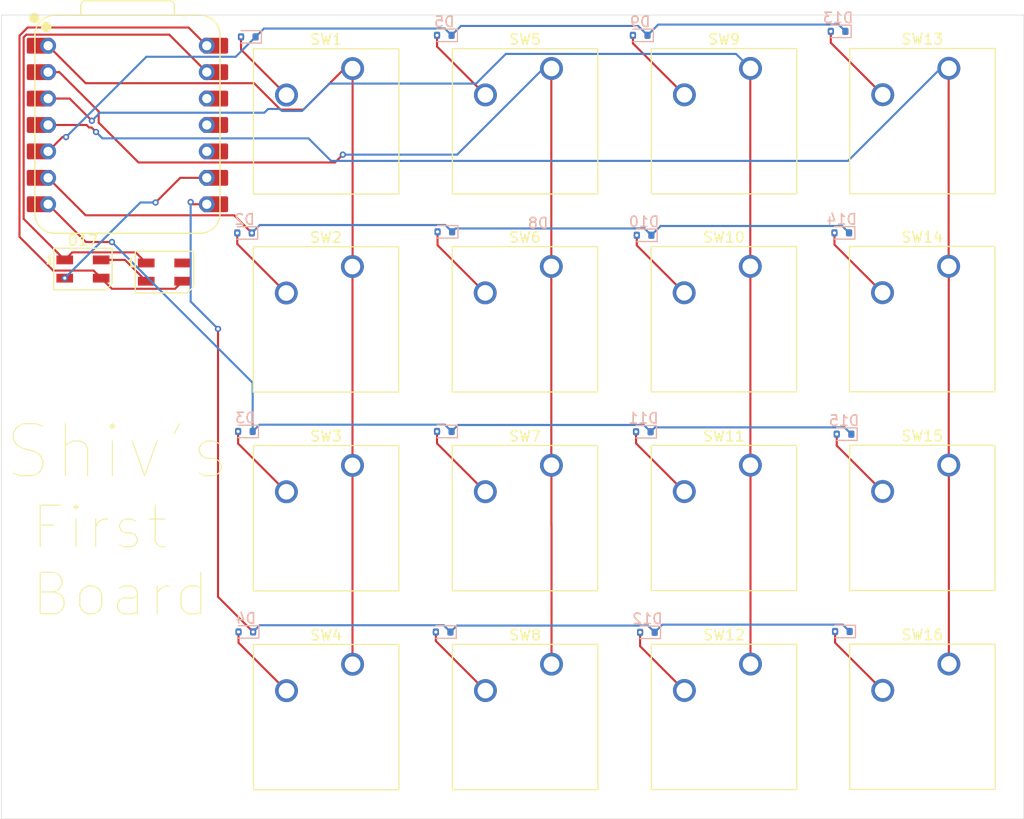
<source format=kicad_pcb>
(kicad_pcb (version 20241229) (generator "pcbnew") (generator_version "9.0")
  (layers (0 "F.Cu" signal) (2 "B.Cu" signal) (13 "F.Paste" user) (15 "B.Paste" user) (5 "F.SilkS" user "F.Silkscreen") (7 "B.SilkS" user "B.Silkscreen") (1 "F.Mask" user) (3 "B.Mask" user) (25 "Edge.Cuts" user))
  (net 0 "")
  (net 1 "Net-(D1-A)")
  (net 2 "Net-(D1-K)")
  (net 3 "Net-(D2-A)")
  (net 4 "Net-(D3-A)")
  (net 5 "Net-(D4-A)")
  (net 6 "Net-(D5-A)")
  (net 7 "Net-(D11-K)")
  (net 8 "Net-(D6-A)")
  (net 9 "Net-(D12-K)")
  (net 10 "Net-(D8-A)")
  (net 11 "Net-(D10-K)")
  (net 12 "Net-(D9-A)")
  (net 13 "Net-(D10-A)")
  (net 14 "Net-(D11-A)")
  (net 15 "Net-(D12-A)")
  (net 16 "Net-(D13-A)")
  (net 17 "Net-(D14-A)")
  (net 18 "Net-(D15-A)")
  (net 19 "Net-(D16-A)")
  (net 20 "Net-(D17-DIN)")
  (net 21 "Net-(D17-DOUT)")
  (net 22 "GND")
  (net 23 "+5V")
  (net 25 "Net-(U1-GPIO26{slash}ADC0{slash}A0)")
  (net 26 "Net-(U1-GPIO28{slash}ADC2{slash}A2)")
  (net 27 "Net-(D7-A)")
  (net 28 "Net-(U1-GPIO27{slash}ADC1{slash}A1)")
  (net 29 "Net-(U1-GPIO29{slash}ADC3{slash}A3)")
  (footprint "Button_Switch_Keyboard:SW_Cherry_MX_1.00u_PCB" (layer "F.Cu") (at 255.645 148.53)
    (property "Reference" "SW12" (at -2.54 -2.794 0) (layer "F.SilkS"))
    (property "Value" "SW_Push")
    (pad "" np_thru_hole circle (at -7.62 5.08) (size 1.7 1.7) (drill 1.7) (layers "*.Cu" "*.Mask"))
    (pad "" np_thru_hole circle (at -2.54 5.08) (size 4 4) (drill 4) (layers "*.Cu" "*.Mask"))
    (pad "" np_thru_hole circle (at 2.54 5.08) (size 1.7 1.7) (drill 1.7) (layers "*.Cu" "*.Mask"))
    (pad "1" thru_hole circle (at 0 0) (size 2.2 2.2) (drill 1.5) (layers "*.Cu" "*.Mask") (net 26 "Net-(U1-GPIO28{slash}ADC2{slash}A2)"))
    (pad "2" thru_hole circle (at -6.35 2.54) (size 2.2 2.2) (drill 1.5) (layers "*.Cu" "*.Mask") (net 15 "Net-(D12-A)"))
  )
  (footprint "Button_Switch_Keyboard:SW_Cherry_MX_1.00u_PCB" (layer "F.Cu") (at 255.625 110.3)
    (property "Reference" "SW10" (at -2.54 -2.794 0) (layer "F.SilkS"))
    (property "Value" "SW_Push")
    (pad "" np_thru_hole circle (at -7.62 5.08) (size 1.7 1.7) (drill 1.7) (layers "*.Cu" "*.Mask"))
    (pad "" np_thru_hole circle (at -2.54 5.08) (size 4 4) (drill 4) (layers "*.Cu" "*.Mask"))
    (pad "" np_thru_hole circle (at 2.54 5.08) (size 1.7 1.7) (drill 1.7) (layers "*.Cu" "*.Mask"))
    (pad "1" thru_hole circle (at 0 0) (size 2.2 2.2) (drill 1.5) (layers "*.Cu" "*.Mask") (net 26 "Net-(U1-GPIO28{slash}ADC2{slash}A2)"))
    (pad "2" thru_hole circle (at -6.35 2.54) (size 2.2 2.2) (drill 1.5) (layers "*.Cu" "*.Mask") (net 13 "Net-(D10-A)"))
  )
  (footprint "Button_Switch_Keyboard:SW_Cherry_MX_1.00u_PCB" (layer "F.Cu") (at 217.4 110.32)
    (property "Reference" "SW2" (at -2.54 -2.794 0) (layer "F.SilkS"))
    (property "Value" "SW_Push")
    (pad "" np_thru_hole circle (at -7.62 5.08) (size 1.7 1.7) (drill 1.7) (layers "*.Cu" "*.Mask"))
    (pad "" np_thru_hole circle (at -2.54 5.08) (size 4 4) (drill 4) (layers "*.Cu" "*.Mask"))
    (pad "" np_thru_hole circle (at 2.54 5.08) (size 1.7 1.7) (drill 1.7) (layers "*.Cu" "*.Mask"))
    (pad "1" thru_hole circle (at 0 0) (size 2.2 2.2) (drill 1.5) (layers "*.Cu" "*.Mask") (net 25 "Net-(U1-GPIO26{slash}ADC0{slash}A0)"))
    (pad "2" thru_hole circle (at -6.35 2.54) (size 2.2 2.2) (drill 1.5) (layers "*.Cu" "*.Mask") (net 3 "Net-(D2-A)"))
  )
  (footprint "Button_Switch_Keyboard:SW_Cherry_MX_1.00u_PCB" (layer "F.Cu") (at 274.7 148.52)
    (property "Reference" "SW16" (at -2.54 -2.794 0) (layer "F.SilkS"))
    (property "Value" "SW_Push")
    (pad "" np_thru_hole circle (at -7.62 5.08) (size 1.7 1.7) (drill 1.7) (layers "*.Cu" "*.Mask"))
    (pad "" np_thru_hole circle (at -2.54 5.08) (size 4 4) (drill 4) (layers "*.Cu" "*.Mask"))
    (pad "" np_thru_hole circle (at 2.54 5.08) (size 1.7 1.7) (drill 1.7) (layers "*.Cu" "*.Mask"))
    (pad "1" thru_hole circle (at 0 0) (size 2.2 2.2) (drill 1.5) (layers "*.Cu" "*.Mask") (net 29 "Net-(U1-GPIO29{slash}ADC3{slash}A3)"))
    (pad "2" thru_hole circle (at -6.35 2.54) (size 2.2 2.2) (drill 1.5) (layers "*.Cu" "*.Mask") (net 19 "Net-(D16-A)"))
  )
  (footprint "Button_Switch_Keyboard:SW_Cherry_MX_1.00u_PCB" (layer "F.Cu") (at 274.7 91.26)
    (property "Reference" "SW13" (at -2.54 -2.794 0) (layer "F.SilkS"))
    (property "Value" "SW_Push")
    (pad "" np_thru_hole circle (at -7.62 5.08) (size 1.7 1.7) (drill 1.7) (layers "*.Cu" "*.Mask"))
    (pad "" np_thru_hole circle (at -2.54 5.08) (size 4 4) (drill 4) (layers "*.Cu" "*.Mask"))
    (pad "" np_thru_hole circle (at 2.54 5.08) (size 1.7 1.7) (drill 1.7) (layers "*.Cu" "*.Mask"))
    (pad "1" thru_hole circle (at 0 0) (size 2.2 2.2) (drill 1.5) (layers "*.Cu" "*.Mask") (net 29 "Net-(U1-GPIO29{slash}ADC3{slash}A3)"))
    (pad "2" thru_hole circle (at -6.35 2.54) (size 2.2 2.2) (drill 1.5) (layers "*.Cu" "*.Mask") (net 16 "Net-(D13-A)"))
  )
  (footprint "LED_SMD:LED_SK6812MINI_PLCC4_3.5x3.5mm_P1.75mm" (layer "F.Cu") (at 199.34375 110.85125)
    (property "Reference" "D18" (hide yes))
    (property "Value" "SK6812")
    (fp_text user "1" (at -3.2 -0.875 0) (layer "F.SilkS") (effects (font (size 0.8 0.8))))
    (pad "1" smd rect (at -1.75 -0.875) (size 1.6 0.85) (layers "F.Cu" "F.Mask" "F.Paste") (net 22 "GND"))
    (pad "2" smd rect (at -1.75 0.875) (size 1.6 0.85) (layers "F.Cu" "F.Mask" "F.Paste") (net 21 "Net-(D17-DOUT)"))
    (pad "3" smd rect (at 1.75 0.875) (size 1.6 0.85) (layers "F.Cu" "F.Mask" "F.Paste") (net 23 "+5V"))
    (pad "4" smd rect (at 1.75 -0.875) (size 1.6 0.85) (layers "F.Cu" "F.Mask" "F.Paste"))
  )
  (footprint "Button_Switch_Keyboard:SW_Cherry_MX_1.00u_PCB" (layer "F.Cu") (at 217.42 148.55)
    (property "Reference" "SW4" (at -2.54 -2.794 0) (layer "F.SilkS"))
    (property "Value" "SW_Push")
    (pad "" np_thru_hole circle (at -7.62 5.08) (size 1.7 1.7) (drill 1.7) (layers "*.Cu" "*.Mask"))
    (pad "" np_thru_hole circle (at -2.54 5.08) (size 4 4) (drill 4) (layers "*.Cu" "*.Mask"))
    (pad "" np_thru_hole circle (at 2.54 5.08) (size 1.7 1.7) (drill 1.7) (layers "*.Cu" "*.Mask"))
    (pad "1" thru_hole circle (at 0 0) (size 2.2 2.2) (drill 1.5) (layers "*.Cu" "*.Mask") (net 25 "Net-(U1-GPIO26{slash}ADC0{slash}A0)"))
    (pad "2" thru_hole circle (at -6.35 2.54) (size 2.2 2.2) (drill 1.5) (layers "*.Cu" "*.Mask") (net 5 "Net-(D4-A)"))
  )
  (footprint "Button_Switch_Keyboard:SW_Cherry_MX_1.00u_PCB" (layer "F.Cu") (at 236.53 148.54)
    (property "Reference" "SW8" (at -2.54 -2.794 0) (layer "F.SilkS"))
    (property "Value" "SW_Push")
    (pad "" np_thru_hole circle (at -7.62 5.08) (size 1.7 1.7) (drill 1.7) (layers "*.Cu" "*.Mask"))
    (pad "" np_thru_hole circle (at -2.54 5.08) (size 4 4) (drill 4) (layers "*.Cu" "*.Mask"))
    (pad "" np_thru_hole circle (at 2.54 5.08) (size 1.7 1.7) (drill 1.7) (layers "*.Cu" "*.Mask"))
    (pad "1" thru_hole circle (at 0 0) (size 2.2 2.2) (drill 1.5) (layers "*.Cu" "*.Mask") (net 28 "Net-(U1-GPIO27{slash}ADC1{slash}A1)"))
    (pad "2" thru_hole circle (at -6.35 2.54) (size 2.2 2.2) (drill 1.5) (layers "*.Cu" "*.Mask") (net 10 "Net-(D8-A)"))
  )
  (footprint "Button_Switch_Keyboard:SW_Cherry_MX_1.00u_PCB" (layer "F.Cu") (at 236.53 91.28)
    (property "Reference" "SW5" (at -2.54 -2.794 0) (layer "F.SilkS"))
    (property "Value" "SW_Push" (hide yes))
    (pad "" np_thru_hole circle (at -7.62 5.08) (size 1.7 1.7) (drill 1.7) (layers "*.Cu" "*.Mask"))
    (pad "" np_thru_hole circle (at -2.54 5.08) (size 4 4) (drill 4) (layers "*.Cu" "*.Mask"))
    (pad "" np_thru_hole circle (at 2.54 5.08) (size 1.7 1.7) (drill 1.7) (layers "*.Cu" "*.Mask"))
    (pad "1" thru_hole circle (at 0 0) (size 2.2 2.2) (drill 1.5) (layers "*.Cu" "*.Mask") (net 28 "Net-(U1-GPIO27{slash}ADC1{slash}A1)"))
    (pad "2" thru_hole circle (at -6.35 2.54) (size 2.2 2.2) (drill 1.5) (layers "*.Cu" "*.Mask") (net 6 "Net-(D5-A)"))
  )
  (footprint "OPL Lib:XIAO-RP2040-DIP" (layer "F.Cu") (at 195.79 96.71)
    (property "Reference" "U1" (hide yes))
    (property "Value" "XIAO-RP2040-DIP" (hide yes))
    (pad "1" smd roundrect (at -8.455 -7.62 180) (size 2.432 1.524) (layers "F.Cu" "F.Mask") (roundrect_rratio 0.1) (net 25 "Net-(U1-GPIO26{slash}ADC0{slash}A0)"))
    (pad "1" thru_hole circle (at -7.62 -7.62 180) (size 1.524 1.524) (drill 0.889) (layers "*.Cu" "*.Mask") (net 25 "Net-(U1-GPIO26{slash}ADC0{slash}A0)"))
    (pad "2" smd roundrect (at -8.455 -5.08 180) (size 2.432 1.524) (layers "F.Cu" "F.Mask") (roundrect_rratio 0.1) (net 28 "Net-(U1-GPIO27{slash}ADC1{slash}A1)"))
    (pad "2" thru_hole circle (at -7.62 -5.08 180) (size 1.524 1.524) (drill 0.889) (layers "*.Cu" "*.Mask") (net 28 "Net-(U1-GPIO27{slash}ADC1{slash}A1)"))
    (pad "3" smd roundrect (at -8.455 -2.54 180) (size 2.432 1.524) (layers "F.Cu" "F.Mask") (roundrect_rratio 0.1) (net 26 "Net-(U1-GPIO28{slash}ADC2{slash}A2)"))
    (pad "3" thru_hole circle (at -7.62 -2.54 180) (size 1.524 1.524) (drill 0.889) (layers "*.Cu" "*.Mask") (net 26 "Net-(U1-GPIO28{slash}ADC2{slash}A2)"))
    (pad "4" smd roundrect (at -8.455 0 180) (size 2.432 1.524) (layers "F.Cu" "F.Mask") (roundrect_rratio 0.1) (net 29 "Net-(U1-GPIO29{slash}ADC3{slash}A3)"))
    (pad "4" thru_hole circle (at -7.62 0 180) (size 1.524 1.524) (drill 0.889) (layers "*.Cu" "*.Mask") (net 29 "Net-(U1-GPIO29{slash}ADC3{slash}A3)"))
    (pad "5" smd roundrect (at -8.455 2.54 180) (size 2.432 1.524) (layers "F.Cu" "F.Mask") (roundrect_rratio 0.1) (net 2 "Net-(D1-K)"))
    (pad "5" thru_hole circle (at -7.62 2.54 180) (size 1.524 1.524) (drill 0.889) (layers "*.Cu" "*.Mask") (net 2 "Net-(D1-K)"))
    (pad "6" smd roundrect (at -8.455 5.08 180) (size 2.432 1.524) (layers "F.Cu" "F.Mask") (roundrect_rratio 0.1) (net 11 "Net-(D10-K)"))
    (pad "6" thru_hole circle (at -7.62 5.08 180) (size 1.524 1.524) (drill 0.889) (layers "*.Cu" "*.Mask") (net 11 "Net-(D10-K)"))
    (pad "7" smd roundrect (at -8.455 7.62 180) (size 2.432 1.524) (layers "F.Cu" "F.Mask") (roundrect_rratio 0.1) (net 7 "Net-(D11-K)"))
    (pad "7" thru_hole circle (at -7.62 7.62 180) (size 1.524 1.524) (drill 0.889) (layers "*.Cu" "*.Mask") (net 7 "Net-(D11-K)"))
    (pad "8" thru_hole circle (at 7.62 7.62) (size 1.524 1.524) (drill 0.889) (layers "*.Cu" "*.Mask") (net 9 "Net-(D12-K)"))
    (pad "8" smd roundrect (at 8.455 7.62) (size 2.432 1.524) (layers "F.Cu" "F.Mask") (roundrect_rratio 0.1) (net 9 "Net-(D12-K)"))
    (pad "9" thru_hole circle (at 7.62 5.08) (size 1.524 1.524) (drill 0.889) (layers "*.Cu" "*.Mask") (net 20 "Net-(D17-DIN)"))
    (pad "9" smd roundrect (at 8.455 5.08) (size 2.432 1.524) (layers "F.Cu" "F.Mask") (roundrect_rratio 0.1) (net 20 "Net-(D17-DIN)"))
    (pad "10" thru_hole circle (at 7.62 2.54) (size 1.524 1.524) (drill 0.889) (layers "*.Cu" "*.Mask"))
    (pad "10" smd roundrect (at 8.455 2.54) (size 2.432 1.524) (layers "F.Cu" "F.Mask") (roundrect_rratio 0.1))
    (pad "11" thru_hole circle (at 7.62 0) (size 1.524 1.524) (drill 0.889) (layers "*.Cu" "*.Mask"))
    (pad "11" smd roundrect (at 8.455 0) (size 2.432 1.524) (layers "F.Cu" "F.Mask") (roundrect_rratio 0.1))
    (pad "12" thru_hole circle (at 7.62 -2.54) (size 1.524 1.524) (drill 0.889) (layers "*.Cu" "*.Mask"))
    (pad "12" smd roundrect (at 8.455 -2.54) (size 2.432 1.524) (layers "F.Cu" "F.Mask") (roundrect_rratio 0.1))
    (pad "13" thru_hole circle (at 7.62 -5.08) (size 1.524 1.524) (drill 0.889) (layers "*.Cu" "*.Mask") (net 22 "GND"))
    (pad "13" smd roundrect (at 8.455 -5.08) (size 2.432 1.524) (layers "F.Cu" "F.Mask") (roundrect_rratio 0.1) (net 22 "GND"))
    (pad "14" thru_hole circle (at 7.62 -7.62) (size 1.524 1.524) (drill 0.889) (layers "*.Cu" "*.Mask") (net 23 "+5V"))
    (pad "14" smd roundrect (at 8.455 -7.62) (size 2.432 1.524) (layers "F.Cu" "F.Mask") (roundrect_rratio 0.1) (net 23 "+5V"))
  )
  (footprint "Button_Switch_Keyboard:SW_Cherry_MX_1.00u_PCB" (layer "F.Cu") (at 274.68 110.29)
    (property "Reference" "SW14" (at -2.54 -2.794 0) (layer "F.SilkS"))
    (property "Value" "SW_Push")
    (pad "" np_thru_hole circle (at -7.62 5.08) (size 1.7 1.7) (drill 1.7) (layers "*.Cu" "*.Mask"))
    (pad "" np_thru_hole circle (at -2.54 5.08) (size 4 4) (drill 4) (layers "*.Cu" "*.Mask"))
    (pad "" np_thru_hole circle (at 2.54 5.08) (size 1.7 1.7) (drill 1.7) (layers "*.Cu" "*.Mask"))
    (pad "1" thru_hole circle (at 0 0) (size 2.2 2.2) (drill 1.5) (layers "*.Cu" "*.Mask") (net 29 "Net-(U1-GPIO29{slash}ADC3{slash}A3)"))
    (pad "2" thru_hole circle (at -6.35 2.54) (size 2.2 2.2) (drill 1.5) (layers "*.Cu" "*.Mask") (net 17 "Net-(D14-A)"))
  )
  (footprint "Button_Switch_Keyboard:SW_Cherry_MX_1.00u_PCB" (layer "F.Cu") (at 255.645 91.27)
    (property "Reference" "SW9" (at -2.54 -2.794 0) (layer "F.SilkS"))
    (property "Value" "SW_Push")
    (pad "" np_thru_hole circle (at -7.62 5.08) (size 1.7 1.7) (drill 1.7) (layers "*.Cu" "*.Mask"))
    (pad "" np_thru_hole circle (at -2.54 5.08) (size 4 4) (drill 4) (layers "*.Cu" "*.Mask"))
    (pad "" np_thru_hole circle (at 2.54 5.08) (size 1.7 1.7) (drill 1.7) (layers "*.Cu" "*.Mask"))
    (pad "1" thru_hole circle (at 0 0) (size 2.2 2.2) (drill 1.5) (layers "*.Cu" "*.Mask") (net 26 "Net-(U1-GPIO28{slash}ADC2{slash}A2)"))
    (pad "2" thru_hole circle (at -6.35 2.54) (size 2.2 2.2) (drill 1.5) (layers "*.Cu" "*.Mask") (net 12 "Net-(D9-A)"))
  )
  (footprint "Button_Switch_Keyboard:SW_Cherry_MX_1.00u_PCB" (layer "F.Cu") (at 217.42 91.29)
    (property "Reference" "SW1" (at -2.54 -2.794 0) (layer "F.SilkS"))
    (property "Value" "SW_Push")
    (pad "" np_thru_hole circle (at -7.62 5.08) (size 1.7 1.7) (drill 1.7) (layers "*.Cu" "*.Mask"))
    (pad "" np_thru_hole circle (at -2.54 5.08) (size 4 4) (drill 4) (layers "*.Cu" "*.Mask"))
    (pad "" np_thru_hole circle (at 2.54 5.08) (size 1.7 1.7) (drill 1.7) (layers "*.Cu" "*.Mask"))
    (pad "1" thru_hole circle (at 0 0) (size 2.2 2.2) (drill 1.5) (layers "*.Cu" "*.Mask") (net 25 "Net-(U1-GPIO26{slash}ADC0{slash}A0)"))
    (pad "2" thru_hole circle (at -6.35 2.54) (size 2.2 2.2) (drill 1.5) (layers "*.Cu" "*.Mask") (net 1 "Net-(D1-A)"))
  )
  (footprint "Button_Switch_Keyboard:SW_Cherry_MX_1.00u_PCB" (layer "F.Cu") (at 236.51 110.31)
    (property "Reference" "SW6" (at -2.54 -2.794 0) (layer "F.SilkS"))
    (property "Value" "SW_Push" (hide yes))
    (pad "" np_thru_hole circle (at -7.62 5.08) (size 1.7 1.7) (drill 1.7) (layers "*.Cu" "*.Mask"))
    (pad "" np_thru_hole circle (at -2.54 5.08) (size 4 4) (drill 4) (layers "*.Cu" "*.Mask"))
    (pad "" np_thru_hole circle (at 2.54 5.08) (size 1.7 1.7) (drill 1.7) (layers "*.Cu" "*.Mask"))
    (pad "1" thru_hole circle (at 0 0) (size 2.2 2.2) (drill 1.5) (layers "*.Cu" "*.Mask") (net 28 "Net-(U1-GPIO27{slash}ADC1{slash}A1)"))
    (pad "2" thru_hole circle (at -6.35 2.54) (size 2.2 2.2) (drill 1.5) (layers "*.Cu" "*.Mask") (net 8 "Net-(D6-A)"))
  )
  (footprint "Button_Switch_Keyboard:SW_Cherry_MX_1.00u_PCB" (layer "F.Cu") (at 255.635 129.41)
    (property "Reference" "SW11" (at -2.54 -2.794 0) (layer "F.SilkS"))
    (property "Value" "SW_Push")
    (pad "" np_thru_hole circle (at -7.62 5.08) (size 1.7 1.7) (drill 1.7) (layers "*.Cu" "*.Mask"))
    (pad "" np_thru_hole circle (at -2.54 5.08) (size 4 4) (drill 4) (layers "*.Cu" "*.Mask"))
    (pad "" np_thru_hole circle (at 2.54 5.08) (size 1.7 1.7) (drill 1.7) (layers "*.Cu" "*.Mask"))
    (pad "1" thru_hole circle (at 0 0) (size 2.2 2.2) (drill 1.5) (layers "*.Cu" "*.Mask") (net 26 "Net-(U1-GPIO28{slash}ADC2{slash}A2)"))
    (pad "2" thru_hole circle (at -6.35 2.54) (size 2.2 2.2) (drill 1.5) (layers "*.Cu" "*.Mask") (net 14 "Net-(D11-A)"))
  )
  (footprint "Button_Switch_Keyboard:SW_Cherry_MX_1.00u_PCB" (layer "F.Cu") (at 274.69 129.4)
    (property "Reference" "SW15" (at -2.54 -2.794 0) (layer "F.SilkS"))
    (property "Value" "SW_Push")
    (pad "" np_thru_hole circle (at -7.62 5.08) (size 1.7 1.7) (drill 1.7) (layers "*.Cu" "*.Mask"))
    (pad "" np_thru_hole circle (at -2.54 5.08) (size 4 4) (drill 4) (layers "*.Cu" "*.Mask"))
    (pad "" np_thru_hole circle (at 2.54 5.08) (size 1.7 1.7) (drill 1.7) (layers "*.Cu" "*.Mask"))
    (pad "1" thru_hole circle (at 0 0) (size 2.2 2.2) (drill 1.5) (layers "*.Cu" "*.Mask") (net 29 "Net-(U1-GPIO29{slash}ADC3{slash}A3)"))
    (pad "2" thru_hole circle (at -6.35 2.54) (size 2.2 2.2) (drill 1.5) (layers "*.Cu" "*.Mask") (net 18 "Net-(D15-A)"))
  )
  (footprint "Button_Switch_Keyboard:SW_Cherry_MX_1.00u_PCB" (layer "F.Cu") (at 236.52 129.42)
    (property "Reference" "SW7" (at -2.54 -2.794 0) (layer "F.SilkS"))
    (property "Value" "SW_Push")
    (pad "" np_thru_hole circle (at -7.62 5.08) (size 1.7 1.7) (drill 1.7) (layers "*.Cu" "*.Mask"))
    (pad "" np_thru_hole circle (at -2.54 5.08) (size 4 4) (drill 4) (layers "*.Cu" "*.Mask"))
    (pad "" np_thru_hole circle (at 2.54 5.08) (size 1.7 1.7) (drill 1.7) (layers "*.Cu" "*.Mask"))
    (pad "1" thru_hole circle (at 0 0) (size 2.2 2.2) (drill 1.5) (layers "*.Cu" "*.Mask") (net 28 "Net-(U1-GPIO27{slash}ADC1{slash}A1)"))
    (pad "2" thru_hole circle (at -6.35 2.54) (size 2.2 2.2) (drill 1.5) (layers "*.Cu" "*.Mask") (net 27 "Net-(D7-A)"))
  )
  (footprint "LED_SMD:LED_SK6812MINI_PLCC4_3.5x3.5mm_P1.75mm" (layer "F.Cu") (at 191.51375 110.55625)
    (property "Reference" "D17" (at 0 -2.75 0) (layer "F.SilkS"))
    (property "Value" "SK6812")
    (fp_text user "1" (at -3.2 -0.875 0) (layer "F.SilkS") (effects (font (size 0.8 0.8))))
    (pad "1" smd rect (at -1.75 -0.875) (size 1.6 0.85) (layers "F.Cu" "F.Mask" "F.Paste") (net 22 "GND"))
    (pad "2" smd rect (at -1.75 0.875) (size 1.6 0.85) (layers "F.Cu" "F.Mask" "F.Paste") (net 20 "Net-(D17-DIN)"))
    (pad "3" smd rect (at 1.75 0.875) (size 1.6 0.85) (layers "F.Cu" "F.Mask" "F.Paste") (net 23 "+5V"))
    (pad "4" smd rect (at 1.75 -0.875) (size 1.6 0.85) (layers "F.Cu" "F.Mask" "F.Paste") (net 21 "Net-(D17-DOUT)"))
  )
  (footprint "Button_Switch_Keyboard:SW_Cherry_MX_1.00u_PCB" (layer "F.Cu") (at 217.41 129.43)
    (property "Reference" "SW3" (at -2.54 -2.794 0) (layer "F.SilkS"))
    (property "Value" "SW_Push")
    (pad "" np_thru_hole circle (at -7.62 5.08) (size 1.7 1.7) (drill 1.7) (layers "*.Cu" "*.Mask"))
    (pad "" np_thru_hole circle (at -2.54 5.08) (size 4 4) (drill 4) (layers "*.Cu" "*.Mask"))
    (pad "" np_thru_hole circle (at 2.54 5.08) (size 1.7 1.7) (drill 1.7) (layers "*.Cu" "*.Mask"))
    (pad "1" thru_hole circle (at 0 0) (size 2.2 2.2) (drill 1.5) (layers "*.Cu" "*.Mask") (net 25 "Net-(U1-GPIO26{slash}ADC0{slash}A0)"))
    (pad "2" thru_hole circle (at -6.35 2.54) (size 2.2 2.2) (drill 1.5) (layers "*.Cu" "*.Mask") (net 4 "Net-(D3-A)"))
  )
  (footprint "Diode_SMD:D_SOD-523" (layer "B.Cu") (at 207.04 107.09 180)
    (property "Reference" "D2" (at 0 1.3 0) (layer "B.SilkS") (effects (justify mirror)))
    (property "Value" "1N4148WT")
    (pad "1" smd roundrect (at -0.7 0) (size 0.6 0.7) (layers "B.Cu" "B.Mask" "B.Paste") (net 11 "Net-(D10-K)"))
    (pad "2" smd roundrect (at 0.7 0) (size 0.6 0.7) (layers "B.Cu" "B.Mask" "B.Paste") (net 3 "Net-(D2-A)"))
  )
  (footprint "Diode_SMD:D_SOD-523" (layer "B.Cu") (at 264.06 87.71 180)
    (property "Reference" "D13" (at 0 1.3 0) (layer "B.SilkS") (effects (justify mirror)))
    (property "Value" "1N4148WT")
    (pad "1" smd roundrect (at -0.7 0) (size 0.6 0.7) (layers "B.Cu" "B.Mask" "B.Paste") (net 2 "Net-(D1-K)"))
    (pad "2" smd roundrect (at 0.7 0) (size 0.6 0.7) (layers "B.Cu" "B.Mask" "B.Paste") (net 16 "Net-(D13-A)"))
  )
  (footprint "Diode_SMD:D_SOD-523" (layer "B.Cu") (at 226.23 126.17 180)
    (property "Reference" "D7" (hide yes))
    (property "Value" "1N4148WT")
    (pad "1" smd roundrect (at -0.7 0) (size 0.6 0.7) (layers "B.Cu" "B.Mask" "B.Paste") (net 7 "Net-(D11-K)"))
    (pad "2" smd roundrect (at 0.7 0) (size 0.6 0.7) (layers "B.Cu" "B.Mask" "B.Paste") (net 27 "Net-(D7-A)"))
  )
  (footprint "Diode_SMD:D_SOD-523" (layer "B.Cu") (at 226.28 106.98 180)
    (property "Reference" "D6" (hide yes))
    (property "Value" "1N4148WT")
    (pad "1" smd roundrect (at -0.7 0) (size 0.6 0.7) (layers "B.Cu" "B.Mask" "B.Paste") (net 11 "Net-(D10-K)"))
    (pad "2" smd roundrect (at 0.7 0) (size 0.6 0.7) (layers "B.Cu" "B.Mask" "B.Paste") (net 8 "Net-(D6-A)"))
  )
  (footprint "Diode_SMD:D_SOD-523" (layer "B.Cu") (at 207.4 88.24 180)
    (property "Reference" "D1" (hide yes))
    (property "Value" "1N4148WT" (hide yes))
    (pad "1" smd roundrect (at -0.7 0) (size 0.6 0.7) (layers "B.Cu" "B.Mask" "B.Paste") (net 2 "Net-(D1-K)"))
    (pad "2" smd roundrect (at 0.7 0) (size 0.6 0.7) (layers "B.Cu" "B.Mask" "B.Paste") (net 1 "Net-(D1-A)"))
  )
  (footprint "Diode_SMD:D_SOD-523" (layer "B.Cu") (at 245.05 88.09 180)
    (property "Reference" "D9" (at 0 1.3 0) (layer "B.SilkS") (effects (justify mirror)))
    (property "Value" "1N4148WT")
    (pad "1" smd roundrect (at -0.7 0) (size 0.6 0.7) (layers "B.Cu" "B.Mask" "B.Paste") (net 2 "Net-(D1-K)"))
    (pad "2" smd roundrect (at 0.7 0) (size 0.6 0.7) (layers "B.Cu" "B.Mask" "B.Paste") (net 12 "Net-(D9-A)"))
  )
  (footprint "Diode_SMD:D_SOD-523" (layer "B.Cu") (at 245.42 107.31 180)
    (property "Reference" "D10" (at 0 1.3 0) (layer "B.SilkS") (effects (justify mirror)))
    (property "Value" "1N4148WT")
    (pad "1" smd roundrect (at -0.7 0) (size 0.6 0.7) (layers "B.Cu" "B.Mask" "B.Paste") (net 11 "Net-(D10-K)"))
    (pad "2" smd roundrect (at 0.7 0) (size 0.6 0.7) (layers "B.Cu" "B.Mask" "B.Paste") (net 13 "Net-(D10-A)"))
  )
  (footprint "Diode_SMD:D_SOD-523" (layer "B.Cu") (at 207.12 126.17 180)
    (property "Reference" "D3" (at 0 1.3 0) (layer "B.SilkS") (effects (justify mirror)))
    (property "Value" "1N4148WT" (hide yes))
    (pad "1" smd roundrect (at -0.7 0) (size 0.6 0.7) (layers "B.Cu" "B.Mask" "B.Paste") (net 7 "Net-(D11-K)"))
    (pad "2" smd roundrect (at 0.7 0) (size 0.6 0.7) (layers "B.Cu" "B.Mask" "B.Paste") (net 4 "Net-(D3-A)"))
  )
  (footprint "Diode_SMD:D_SOD-523" (layer "B.Cu") (at 245.74 145.48 180)
    (property "Reference" "D12" (at 0 1.3 0) (layer "B.SilkS") (effects (justify mirror)))
    (property "Value" "1N4148WT")
    (pad "1" smd roundrect (at -0.7 0) (size 0.6 0.7) (layers "B.Cu" "B.Mask" "B.Paste") (net 9 "Net-(D12-K)"))
    (pad "2" smd roundrect (at 0.7 0) (size 0.6 0.7) (layers "B.Cu" "B.Mask" "B.Paste") (net 15 "Net-(D12-A)"))
  )
  (footprint "Diode_SMD:D_SOD-523" (layer "B.Cu") (at 264.47 145.4 180)
    (property "Reference" "D16" (hide yes))
    (property "Value" "1N4148WT")
    (pad "1" smd roundrect (at -0.7 0) (size 0.6 0.7) (layers "B.Cu" "B.Mask" "B.Paste") (net 9 "Net-(D12-K)"))
    (pad "2" smd roundrect (at 0.7 0) (size 0.6 0.7) (layers "B.Cu" "B.Mask" "B.Paste") (net 19 "Net-(D16-A)"))
  )
  (footprint "Diode_SMD:D_SOD-523" (layer "B.Cu") (at 264.63 126.43 180)
    (property "Reference" "D15" (at 0 1.3 0) (layer "B.SilkS") (effects (justify mirror)))
    (property "Value" "1N4148WT")
    (pad "1" smd roundrect (at -0.7 0) (size 0.6 0.7) (layers "B.Cu" "B.Mask" "B.Paste") (net 7 "Net-(D11-K)"))
    (pad "2" smd roundrect (at 0.7 0) (size 0.6 0.7) (layers "B.Cu" "B.Mask" "B.Paste") (net 18 "Net-(D15-A)"))
  )
  (footprint "Diode_SMD:D_SOD-523" (layer "B.Cu") (at 245.35 126.2 180)
    (property "Reference" "D11" (at 0 1.3 0) (layer "B.SilkS") (effects (justify mirror)))
    (property "Value" "1N4148WT")
    (pad "1" smd roundrect (at -0.7 0) (size 0.6 0.7) (layers "B.Cu" "B.Mask" "B.Paste") (net 7 "Net-(D11-K)"))
    (pad "2" smd roundrect (at 0.7 0) (size 0.6 0.7) (layers "B.Cu" "B.Mask" "B.Paste") (net 14 "Net-(D11-A)"))
  )
  (footprint "Diode_SMD:D_SOD-523" (layer "B.Cu") (at 207.16 145.44 180)
    (property "Reference" "D4" (at 0 1.3 0) (layer "B.SilkS") (effects (justify mirror)))
    (property "Value" "1N4148WT" (hide yes))
    (pad "1" smd roundrect (at -0.7 0) (size 0.6 0.7) (layers "B.Cu" "B.Mask" "B.Paste") (net 9 "Net-(D12-K)"))
    (pad "2" smd roundrect (at 0.7 0) (size 0.6 0.7) (layers "B.Cu" "B.Mask" "B.Paste") (net 5 "Net-(D4-A)"))
  )
  (footprint "Diode_SMD:D_SOD-523" (layer "B.Cu") (at 226.12 145.45 180)
    (property "Reference" "D8" (at -9.1225 39.31 0) (layer "B.SilkS") (effects (justify mirror)))
    (property "Value" "1N4148WT")
    (pad "1" smd roundrect (at -0.7 0) (size 0.6 0.7) (layers "B.Cu" "B.Mask" "B.Paste") (net 9 "Net-(D12-K)"))
    (pad "2" smd roundrect (at 0.7 0) (size 0.6 0.7) (layers "B.Cu" "B.Mask" "B.Paste") (net 10 "Net-(D8-A)"))
  )
  (footprint "Diode_SMD:D_SOD-523" (layer "B.Cu") (at 264.4125 107.08 180)
    (property "Reference" "D14" (at 0 1.3 0) (layer "B.SilkS") (effects (justify mirror)))
    (property "Value" "1N4148WT")
    (pad "1" smd roundrect (at -0.7 0) (size 0.6 0.7) (layers "B.Cu" "B.Mask" "B.Paste") (net 11 "Net-(D10-K)"))
    (pad "2" smd roundrect (at 0.7 0) (size 0.6 0.7) (layers "B.Cu" "B.Mask" "B.Paste") (net 17 "Net-(D14-A)"))
  )
  (footprint "Diode_SMD:D_SOD-523" (layer "B.Cu") (at 226.23 88.09 180)
    (property "Reference" "D5" (at 0 1.3 0) (layer "B.SilkS") (effects (justify mirror)))
    (property "Value" "1N4148WT")
    (pad "1" smd roundrect (at -0.7 0) (size 0.6 0.7) (layers "B.Cu" "B.Mask" "B.Paste") (net 2 "Net-(D1-K)"))
    (pad "2" smd roundrect (at 0.7 0) (size 0.6 0.7) (layers "B.Cu" "B.Mask" "B.Paste") (net 6 "Net-(D5-A)"))
  )
  (gr_rect (start 183.68 86.14) (end 281.9 163.4) (stroke (width 0.05)) (fill no) (layer "Edge.Cuts"))
  (gr_text "First\nBoard" (at 186.39 144.19 0) (layer "F.SilkS") (effects (font (size 4 4) (thickness 0.1)) (justify left bottom)))
  (gr_text "Shiv's" (at 183.8 131.04 0) (layer "F.SilkS") (effects (font (size 5 5) (thickness 0.1)) (justify left bottom)))
  (segment (start 211.07 93.83) (end 206.7 89.46) (width 0.2) (layer "F.Cu") (net 1))
  (segment (start 211.07 93.83) (end 210.8 93.83) (width 0.2) (layer "F.Cu") (net 1))
  (segment (start 210.36 93.83) (end 210.36 93.67) (width 0.2) (layer "F.Cu") (net 1))
  (segment (start 210.36 93.67) (end 210.5 93.53) (width 0.2) (layer "F.Cu") (net 1))
  (segment (start 206.7 89.46) (end 206.7 88.24) (width 0.2) (layer "F.Cu") (net 1))
  (segment (start 210.8 93.83) (end 210.5 93.53) (width 0.2) (layer "F.Cu") (net 1))
  (via (at 206.7 88.24) (size 0.6) (drill 0.3) (layers "F.Cu" "B.Cu") (net 1))
  (segment (start 189.55 97.87) (end 189.89 97.87) (width 0.2) (layer "F.Cu") (net 2))
  (segment (start 188.17 99.25) (end 189.55 97.87) (width 0.2) (layer "F.Cu") (net 2))
  (via (at 189.89 97.87) (size 0.6) (drill 0.3) (layers "F.Cu" "B.Cu") (net 2))
  (segment (start 246.781 87.059) (end 245.75 88.09) (width 0.2) (layer "B.Cu") (net 2))
  (segment (start 264.109 87.059) (end 246.781 87.059) (width 0.2) (layer "B.Cu") (net 2))
  (segment (start 264.76 87.71) (end 264.109 87.059) (width 0.2) (layer "B.Cu") (net 2))
  (segment (start 189.89 97.87) (end 197.607 90.153) (width 0.2) (layer "B.Cu") (net 2))
  (segment (start 227.83 87.19) (end 244.85 87.19) (width 0.2) (layer "B.Cu") (net 2))
  (segment (start 208.901 87.439) (end 208.1 88.24) (width 0.2) (layer "B.Cu") (net 2))
  (segment (start 206.187 90.153) (end 208.1 88.24) (width 0.2) (layer "B.Cu") (net 2))
  (segment (start 244.85 87.19) (end 245.75 88.09) (width 0.2) (layer "B.Cu") (net 2))
  (segment (start 226.93 88.09) (end 227.83 87.19) (width 0.2) (layer "B.Cu") (net 2))
  (segment (start 197.607 90.153) (end 206.187 90.153) (width 0.2) (layer "B.Cu") (net 2))
  (segment (start 226.279 87.439) (end 208.901 87.439) (width 0.2) (layer "B.Cu") (net 2))
  (segment (start 226.93 88.09) (end 226.279 87.439) (width 0.2) (layer "B.Cu") (net 2))
  (segment (start 211.05 112.86) (end 206.34 108.15) (width 0.2) (layer "F.Cu") (net 3))
  (segment (start 206.34 108.15) (end 206.34 107.09) (width 0.2) (layer "F.Cu") (net 3))
  (via (at 206.34 107.09) (size 0.6) (drill 0.3) (layers "F.Cu" "B.Cu") (net 3))
  (segment (start 206.42 127.33) (end 206.42 126.17) (width 0.2) (layer "F.Cu") (net 4))
  (segment (start 211.06 131.97) (end 206.42 127.33) (width 0.2) (layer "F.Cu") (net 4))
  (via (at 206.42 126.17) (size 0.6) (drill 0.3) (layers "F.Cu" "B.Cu") (net 4))
  (segment (start 206.46 146.48) (end 206.46 145.44) (width 0.2) (layer "F.Cu") (net 5))
  (segment (start 211.07 151.09) (end 206.46 146.48) (width 0.2) (layer "F.Cu") (net 5))
  (via (at 206.46 145.44) (size 0.6) (drill 0.3) (layers "F.Cu" "B.Cu") (net 5))
  (segment (start 225.53 89.17) (end 225.53 88.09) (width 0.2) (layer "F.Cu") (net 6))
  (segment (start 230.18 93.82) (end 225.53 89.17) (width 0.2) (layer "F.Cu") (net 6))
  (via (at 225.53 88.09) (size 0.6) (drill 0.3) (layers "F.Cu" "B.Cu") (net 6))
  (segment (start 191.8 107.96) (end 194.3 107.96) (width 0.2) (layer "F.Cu") (net 7))
  (segment (start 188.17 104.33) (end 191.8 107.96) (width 0.2) (layer "F.Cu") (net 7))
  (via (at 194.3 107.96) (size 0.6) (drill 0.3) (layers "F.Cu" "B.Cu") (net 7))
  (segment (start 246.05 126.2) (end 246.471 125.779) (width 0.2) (layer "B.Cu") (net 7))
  (segment (start 226.279 125.519) (end 226.93 126.17) (width 0.2) (layer "B.Cu") (net 7))
  (segment (start 246.471 125.779) (end 264.679 125.779) (width 0.2) (layer "B.Cu") (net 7))
  (segment (start 207.82 126.17) (end 208.471 125.519) (width 0.2) (layer "B.Cu") (net 7))
  (segment (start 226.93 126.17) (end 227.551 125.549) (width 0.2) (layer "B.Cu") (net 7))
  (segment (start 194.3 107.96) (end 194.3 107.97) (width 0.2) (layer "B.Cu") (net 7))
  (segment (start 245.399 125.549) (end 246.05 126.2) (width 0.2) (layer "B.Cu") (net 7))
  (segment (start 208.471 125.519) (end 226.279 125.519) (width 0.2) (layer "B.Cu") (net 7))
  (segment (start 264.679 125.779) (end 265.33 126.43) (width 0.2) (layer "B.Cu") (net 7))
  (segment (start 227.551 125.549) (end 245.399 125.549) (width 0.2) (layer "B.Cu") (net 7))
  (segment (start 194.3 107.97) (end 207.82 121.49) (width 0.2) (layer "B.Cu") (net 7))
  (segment (start 207.82 121.49) (end 207.82 126.17) (width 0.2) (layer "B.Cu") (net 7))
  (segment (start 225.58 108.27) (end 225.58 106.98) (width 0.2) (layer "F.Cu") (net 8))
  (segment (start 230.16 112.85) (end 225.58 108.27) (width 0.2) (layer "F.Cu") (net 8))
  (via (at 225.58 106.98) (size 0.6) (drill 0.3) (layers "F.Cu" "B.Cu") (net 8))
  (segment (start 202.07 104.33) (end 201.86 104.12) (width 0.2) (layer "F.Cu") (net 9))
  (segment (start 203.41 104.33) (end 202.07 104.33) (width 0.2) (layer "F.Cu") (net 9))
  (segment (start 204.49 116.31) (end 204.49 142.07) (width 0.2) (layer "F.Cu") (net 9))
  (segment (start 204.49 142.07) (end 207.86 145.44) (width 0.2) (layer "F.Cu") (net 9))
  (via (at 207.86 145.44) (size 0.6) (drill 0.3) (layers "F.Cu" "B.Cu") (net 9))
  (via (at 204.49 116.31) (size 0.6) (drill 0.3) (layers "F.Cu" "B.Cu") (net 9))
  (via (at 201.86 104.12) (size 0.6) (drill 0.3) (layers "F.Cu" "B.Cu") (net 9))
  (segment (start 246.44 145.48) (end 247.18 144.74) (width 0.2) (layer "B.Cu") (net 9))
  (segment (start 207.86 145.44) (end 208.501 144.799) (width 0.2) (layer "B.Cu") (net 9))
  (segment (start 226.82 145.45) (end 227.441 144.829) (width 0.2) (layer "B.Cu") (net 9))
  (segment (start 201.86 104.12) (end 201.86 113.68) (width 0.2) (layer "B.Cu") (net 9))
  (segment (start 227.441 144.829) (end 245.789 144.829) (width 0.2) (layer "B.Cu") (net 9))
  (segment (start 264.51 144.74) (end 265.17 145.4) (width 0.2) (layer "B.Cu") (net 9))
  (segment (start 201.86 113.68) (end 204.49 116.31) (width 0.2) (layer "B.Cu") (net 9))
  (segment (start 247.18 144.74) (end 264.51 144.74) (width 0.2) (layer "B.Cu") (net 9))
  (segment (start 245.789 144.829) (end 246.44 145.48) (width 0.2) (layer "B.Cu") (net 9))
  (segment (start 208.501 144.799) (end 226.169 144.799) (width 0.2) (layer "B.Cu") (net 9))
  (segment (start 226.169 144.799) (end 226.82 145.45) (width 0.2) (layer "B.Cu") (net 9))
  (segment (start 230.18 151.08) (end 225.42 146.32) (width 0.2) (layer "F.Cu") (net 10))
  (segment (start 225.42 146.32) (end 225.42 145.45) (width 0.2) (layer "F.Cu") (net 10))
  (via (at 225.42 145.45) (size 0.6) (drill 0.3) (layers "F.Cu" "B.Cu") (net 10))
  (segment (start 206.043 105.393) (end 207.74 107.09) (width 0.2) (layer "F.Cu") (net 11))
  (segment (start 188.17 101.79) (end 191.773 105.393) (width 0.2) (layer "F.Cu") (net 11))
  (segment (start 191.773 105.393) (end 206.043 105.393) (width 0.2) (layer "F.Cu") (net 11))
  (via (at 207.74 107.09) (size 0.6) (drill 0.3) (layers "F.Cu" "B.Cu") (net 11))
  (segment (start 208.501 106.329) (end 226.329 106.329) (width 0.2) (layer "B.Cu") (net 11))
  (segment (start 245.469 106.659) (end 246.12 107.31) (width 0.2) (layer "B.Cu") (net 11))
  (segment (start 246.12 107.31) (end 247.01 106.42) (width 0.2) (layer "B.Cu") (net 11))
  (segment (start 226.329 106.329) (end 226.98 106.98) (width 0.2) (layer "B.Cu") (net 11))
  (segment (start 264.4525 106.42) (end 265.1125 107.08) (width 0.2) (layer "B.Cu") (net 11))
  (segment (start 207.74 107.09) (end 208.501 106.329) (width 0.2) (layer "B.Cu") (net 11))
  (segment (start 247.01 106.42) (end 264.4525 106.42) (width 0.2) (layer "B.Cu") (net 11))
  (segment (start 226.98 106.98) (end 227.301 106.659) (width 0.2) (layer "B.Cu") (net 11))
  (segment (start 227.301 106.659) (end 245.469 106.659) (width 0.2) (layer "B.Cu") (net 11))
  (segment (start 244.35 88.865) (end 244.35 88.09) (width 0.2) (layer "F.Cu") (net 12))
  (segment (start 249.295 93.81) (end 244.35 88.865) (width 0.2) (layer "F.Cu") (net 12))
  (via (at 244.35 88.09) (size 0.6) (drill 0.3) (layers "F.Cu" "B.Cu") (net 12))
  (segment (start 244.72 108.285) (end 244.72 107.31) (width 0.2) (layer "F.Cu") (net 13))
  (segment (start 249.275 112.84) (end 244.72 108.285) (width 0.2) (layer "F.Cu") (net 13))
  (via (at 244.72 107.31) (size 0.6) (drill 0.3) (layers "F.Cu" "B.Cu") (net 13))
  (segment (start 244.65 127.315) (end 244.65 126.2) (width 0.2) (layer "F.Cu") (net 14))
  (segment (start 249.285 131.95) (end 244.65 127.315) (width 0.2) (layer "F.Cu") (net 14))
  (via (at 244.65 126.2) (size 0.6) (drill 0.3) (layers "F.Cu" "B.Cu") (net 14))
  (segment (start 245.04 146.815) (end 245.04 145.48) (width 0.2) (layer "F.Cu") (net 15))
  (segment (start 249.295 151.07) (end 245.04 146.815) (width 0.2) (layer "F.Cu") (net 15))
  (via (at 245.04 145.48) (size 0.6) (drill 0.3) (layers "F.Cu" "B.Cu") (net 15))
  (segment (start 263.36 88.81) (end 263.36 87.71) (width 0.2) (layer "F.Cu") (net 16))
  (segment (start 268.35 93.8) (end 263.36 88.81) (width 0.2) (layer "F.Cu") (net 16))
  (via (at 263.36 87.71) (size 0.6) (drill 0.3) (layers "F.Cu" "B.Cu") (net 16))
  (segment (start 268.33 112.83) (end 263.7125 108.2125) (width 0.2) (layer "F.Cu") (net 17))
  (segment (start 263.7125 108.2125) (end 263.7125 107.08) (width 0.2) (layer "F.Cu") (net 17))
  (via (at 263.7125 107.08) (size 0.6) (drill 0.3) (layers "F.Cu" "B.Cu") (net 17))
  (segment (start 268.34 131.94) (end 263.93 127.53) (width 0.2) (layer "F.Cu") (net 18))
  (segment (start 263.93 127.53) (end 263.93 126.43) (width 0.2) (layer "F.Cu") (net 18))
  (via (at 263.93 126.43) (size 0.6) (drill 0.3) (layers "F.Cu" "B.Cu") (net 18))
  (segment (start 268.35 151.06) (end 263.77 146.48) (width 0.2) (layer "F.Cu") (net 19))
  (segment (start 263.77 146.48) (end 263.77 145.4) (width 0.2) (layer "F.Cu") (net 19))
  (via (at 263.77 145.4) (size 0.6) (drill 0.3) (layers "F.Cu" "B.Cu") (net 19))
  (segment (start 203.41 101.79) (end 200.86 101.79) (width 0.2) (layer "F.Cu") (net 20))
  (segment (start 200.86 101.79) (end 198.49 104.16) (width 0.2) (layer "F.Cu") (net 20))
  (via (at 198.49 104.16) (size 0.6) (drill 0.3) (layers "F.Cu" "B.Cu") (net 20))
  (via (at 189.76375 111.43125) (size 0.6) (drill 0.3) (layers "F.Cu" "B.Cu") (net 20))
  (segment (start 197.035 104.16) (end 189.76375 111.43125) (width 0.2) (layer "B.Cu") (net 20))
  (segment (start 198.49 104.16) (end 197.035 104.16) (width 0.2) (layer "B.Cu") (net 20))
  (segment (start 195.54875 109.68125) (end 197.59375 111.72625) (width 0.2) (layer "F.Cu") (net 21))
  (segment (start 193.26375 109.68125) (end 195.54875 109.68125) (width 0.2) (layer "F.Cu") (net 21))
  (segment (start 189.76375 109.68125) (end 190.48975 108.95525) (width 0.2) (layer "F.Cu") (net 22))
  (segment (start 185.818 88.288374) (end 185.818 105.7355) (width 0.2) (layer "F.Cu") (net 22))
  (segment (start 196.57275 108.95525) (end 197.59375 109.97625) (width 0.2) (layer "F.Cu") (net 22))
  (segment (start 185.818 105.7355) (end 189.76375 109.68125) (width 0.2) (layer "F.Cu") (net 22))
  (segment (start 203.41 91.63) (end 199.807 88.027) (width 0.2) (layer "F.Cu") (net 22))
  (segment (start 190.48975 108.95525) (end 196.57275 108.95525) (width 0.2) (layer "F.Cu") (net 22))
  (segment (start 199.807 88.027) (end 186.079374 88.027) (width 0.2) (layer "F.Cu") (net 22))
  (segment (start 186.079374 88.027) (end 185.818 88.288374) (width 0.2) (layer "F.Cu") (net 22))
  (segment (start 185.418 107.4605) (end 188.66275 110.70525) (width 0.2) (layer "F.Cu") (net 23))
  (segment (start 185.418 88.122689) (end 185.418 107.4605) (width 0.2) (layer "F.Cu") (net 23))
  (segment (start 188.66275 110.70525) (end 192.53775 110.70525) (width 0.2) (layer "F.Cu") (net 23))
  (segment (start 200.36775 112.45225) (end 201.09375 111.72625) (width 0.2) (layer "F.Cu") (net 23))
  (segment (start 203.41 89.09) (end 201.66 87.34) (width 0.2) (layer "F.Cu") (net 23))
  (segment (start 193.26375 111.43125) (end 194.28475 112.45225) (width 0.2) (layer "F.Cu") (net 23))
  (segment (start 186.200689 87.34) (end 185.418 88.122689) (width 0.2) (layer "F.Cu") (net 23))
  (segment (start 194.28475 112.45225) (end 200.36775 112.45225) (width 0.2) (layer "F.Cu") (net 23))
  (segment (start 192.53775 110.70525) (end 193.26375 111.43125) (width 0.2) (layer "F.Cu") (net 23))
  (segment (start 201.66 87.34) (end 186.200689 87.34) (width 0.2) (layer "F.Cu") (net 23))
  (segment (start 191.773 92.693) (end 207.951686 92.693) (width 0.2) (layer "F.Cu") (net 25))
  (segment (start 188.17 89.09) (end 191.773 92.693) (width 0.2) (layer "F.Cu") (net 25))
  (segment (start 207.951686 92.693) (end 210.489686 95.231) (width 0.2) (layer "F.Cu") (net 25))
  (segment (start 217.42 110.3) (end 217.4 110.32) (width 0.2) (layer "F.Cu") (net 25))
  (segment (start 217.41 110.33) (end 217.4 110.32) (width 0.2) (layer "F.Cu") (net 25))
  (segment (start 210.489686 95.231) (end 212.694184 95.231) (width 0.2) (layer "F.Cu") (net 25))
  (segment (start 216.635184 91.29) (end 217.42 91.29) (width 0.2) (layer "F.Cu") (net 25))
  (segment (start 212.694184 95.231) (end 216.635184 91.29) (width 0.2) (layer "F.Cu") (net 25))
  (segment (start 217.42 148.55) (end 217.41 148.54) (width 0.2) (layer "F.Cu") (net 25))
  (segment (start 217.41 148.54) (end 217.41 129.43) (width 0.2) (layer "F.Cu") (net 25))
  (segment (start 217.42 91.29) (end 217.42 110.3) (width 0.2) (layer "F.Cu") (net 25))
  (segment (start 217.41 129.43) (end 217.41 110.33) (width 0.2) (layer "F.Cu") (net 25))
  (segment (start 190.240402 94.17) (end 192.374821 96.304419) (width 0.2) (layer "F.Cu") (net 26))
  (segment (start 255.635 129.41) (end 255.635 110.31) (width 0.2) (layer "F.Cu") (net 26))
  (segment (start 255.625 110.3) (end 255.625 91.29) (width 0.2) (layer "F.Cu") (net 26))
  (segment (start 255.645 148.53) (end 255.645 129.42) (width 0.2) (layer "F.Cu") (net 26))
  (segment (start 255.645 129.42) (end 255.635 129.41) (width 0.2) (layer "F.Cu") (net 26))
  (segment (start 255.625 91.29) (end 255.645 91.27) (width 0.2) (layer "F.Cu") (net 26))
  (segment (start 255.635 110.31) (end 255.625 110.3) (width 0.2) (layer "F.Cu") (net 26))
  (segment (start 188.17 94.17) (end 190.240402 94.17) (width 0.2) (layer "F.Cu") (net 26))
  (via (at 192.374821 96.304419) (size 0.6) (drill 0.3) (layers "F.Cu" "B.Cu") (net 26))
  (segment (start 210.439 95.169) (end 209.30253 95.169) (width 0.2) (layer "B.Cu") (net 26))
  (segment (start 232.139686 89.879) (end 229.288686 92.73) (width 0.2) (layer "B.Cu") (net 26))
  (segment (start 255.645 91.27) (end 254.254 89.879) (width 0.2) (layer "B.Cu") (net 26))
  (segment (start 193.14924 95.53) (end 192.374821 96.304419) (width 0.2) (layer "B.Cu") (net 26))
  (segment (start 208.94153 95.53) (end 193.14924 95.53) (width 0.2) (layer "B.Cu") (net 26))
  (segment (start 210.63 95.36) (end 210.439 95.169) (width 0.2) (layer "B.Cu") (net 26))
  (segment (start 212.565184 95.36) (end 210.63 95.36) (width 0.2) (layer "B.Cu") (net 26))
  (segment (start 254.254 89.879) (end 232.139686 89.879) (width 0.2) (layer "B.Cu") (net 26))
  (segment (start 209.30253 95.169) (end 208.94153 95.53) (width 0.2) (layer "B.Cu") (net 26))
  (segment (start 215.195184 92.73) (end 212.565184 95.36) (width 0.2) (layer "B.Cu") (net 26))
  (segment (start 229.288686 92.73) (end 215.195184 92.73) (width 0.2) (layer "B.Cu") (net 26))
  (segment (start 230.17 131.96) (end 225.53 127.32) (width 0.2) (layer "F.Cu") (net 27))
  (segment (start 225.53 127.32) (end 225.53 126.17) (width 0.2) (layer "F.Cu") (net 27))
  (via (at 225.53 126.17) (size 0.6) (drill 0.3) (layers "F.Cu" "B.Cu") (net 27))
  (segment (start 236.51 110.31) (end 236.51 129.41) (width 0.2) (layer "F.Cu") (net 28))
  (segment (start 236.52 135.18) (end 236.52 129.42) (width 0.2) (layer "F.Cu") (net 28))
  (segment (start 236.53 135.19) (end 236.52 135.18) (width 0.2) (layer "F.Cu") (net 28))
  (segment (start 215.727 100.313) (end 216.48 99.56) (width 0.2) (layer "F.Cu") (net 28))
  (segment (start 193.024821 95.407191) (end 193.024821 96.484821) (width 0.2) (layer "F.Cu") (net 28))
  (segment (start 196.853 100.313) (end 215.727 100.313) (width 0.2) (layer "F.Cu") (net 28))
  (segment (start 236.51 91.3) (end 236.53 91.28) (width 0.2) (layer "F.Cu") (net 28))
  (segment (start 188.17 91.63) (end 189.24763 91.63) (width 0.2) (layer "F.Cu") (net 28))
  (segment (start 236.53 148.54) (end 236.53 135.19) (width 0.2) (layer "F.Cu") (net 28))
  (segment (start 236.51 110.31) (end 236.51 91.3) (width 0.2) (layer "F.Cu") (net 28))
  (segment (start 189.24763 91.63) (end 193.024821 95.407191) (width 0.2) (layer "F.Cu") (net 28))
  (segment (start 236.51 129.41) (end 236.52 129.42) (width 0.2) (layer "F.Cu") (net 28))
  (segment (start 193.024821 96.484821) (end 196.853 100.313) (width 0.2) (layer "F.Cu") (net 28))
  (via (at 216.48 99.56) (size 0.6) (drill 0.3) (layers "F.Cu" "B.Cu") (net 28))
  (segment (start 227.465184 99.56) (end 235.745184 91.28) (width 0.2) (layer "B.Cu") (net 28))
  (segment (start 216.48 99.56) (end 227.465184 99.56) (width 0.2) (layer "B.Cu") (net 28))
  (segment (start 235.745184 91.28) (end 236.53 91.28) (width 0.2) (layer "B.Cu") (net 28))
  (segment (start 274.68 91.28) (end 274.7 91.26) (width 0.2) (layer "F.Cu") (net 29))
  (segment (start 192.105582 96.954419) (end 192.344419 96.954419) (width 0.2) (layer "F.Cu") (net 29))
  (segment (start 188.17 96.71) (end 191.861163 96.71) (width 0.2) (layer "F.Cu") (net 29))
  (segment (start 274.69 129.4) (end 274.69 110.3) (width 0.2) (layer "F.Cu") (net 29))
  (segment (start 274.7 148.52) (end 274.7 129.41) (width 0.2) (layer "F.Cu") (net 29))
  (segment (start 274.68 110.29) (end 274.68 91.28) (width 0.2) (layer "F.Cu") (net 29))
  (segment (start 274.69 110.3) (end 274.68 110.29) (width 0.2) (layer "F.Cu") (net 29))
  (segment (start 192.344419 96.954419) (end 192.77 97.38) (width 0.2) (layer "F.Cu") (net 29))
  (segment (start 191.861163 96.71) (end 192.105582 96.954419) (width 0.2) (layer "F.Cu") (net 29))
  (segment (start 274.7 129.41) (end 274.69 129.4) (width 0.2) (layer "F.Cu") (net 29))
  (via (at 192.77 97.38) (size 0.6) (drill 0.3) (layers "F.Cu" "B.Cu") (net 29))
  (segment (start 193.387408 97.997408) (end 213.182592 97.997408) (width 0.2) (layer "B.Cu") (net 29))
  (segment (start 273.915184 91.26) (end 274.7 91.26) (width 0.2) (layer "B.Cu") (net 29))
  (segment (start 213.182592 97.997408) (end 215.346184 100.161) (width 0.2) (layer "B.Cu") (net 29))
  (segment (start 215.346184 100.161) (end 265.014184 100.161) (width 0.2) (layer "B.Cu") (net 29))
  (segment (start 265.014184 100.161) (end 273.915184 91.26) (width 0.2) (layer "B.Cu") (net 29))
  (segment (start 192.77 97.38) (end 193.387408 97.997408) (width 0.2) (layer "B.Cu") (net 29))
)
</source>
